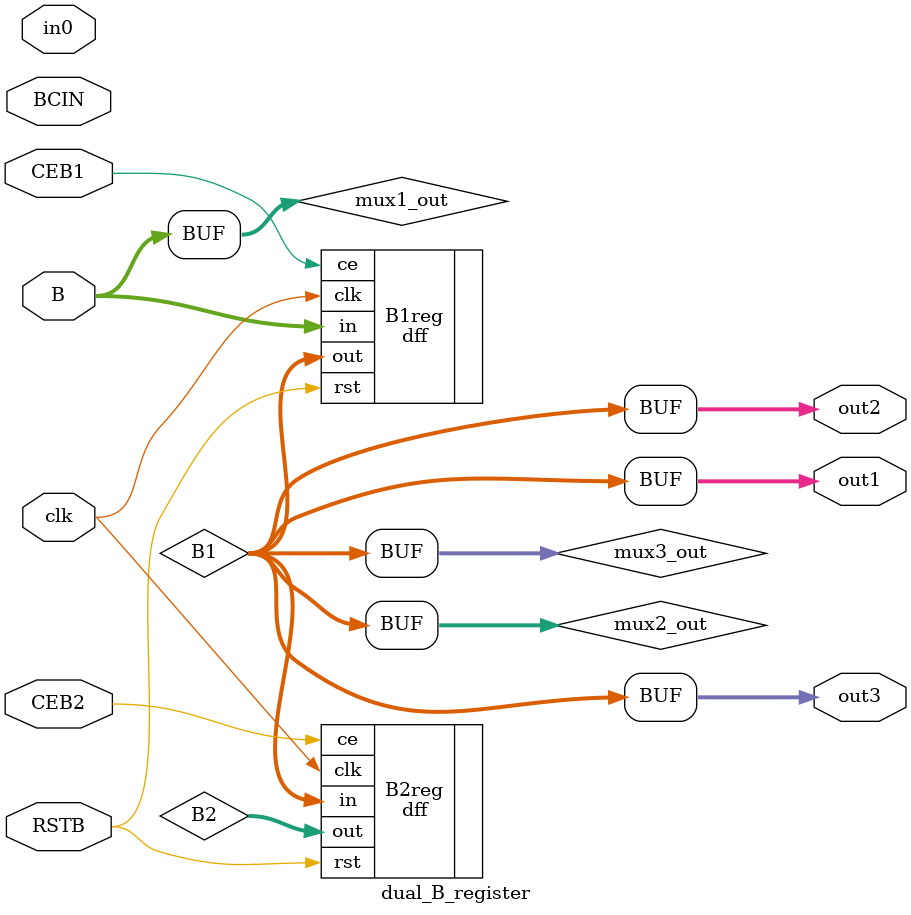
<source format=v>
module dual_B_register (B , BCIN , in0 ,  clk , CEB1 , CEB2 , RSTB ,  out1 , out2 , out3 ); 

parameter input_sel_p = "DIRECT" ; //** direct , cascade // B_input_p ; 
parameter sel1_p      = 1        ; //** = |Breg_p  ; red_or ; B1 ; 
parameter sel2_p      = 0        ; //** = Breg[1]  ; B2 ; 
parameter sel3_p      = 1        ; //** Bcascadereg [0]  ;  and it depend on Breg ;  

input        clk  ;
input        RSTB ;
input        CEB1 ;
input        CEB2 ;

input [17:0] B    ; //** B ;  
input [17:0] BCIN ; //** Bcin ; 
input        in0  ; //** inmode[4] ;

output [17:0] out1 ; //** to Bcout  ;
output [17:0] out2 ; //** to X_mux  ; 
output [17:0] out3 ; //** to B_mult ; 

wire   [17:0] mux1_out ;
wire   [17:0] B1       ;
wire   [17:0] mux2_out ; 
wire   [17:0] B2       ;
wire   [17:0] mux3_out ; 


assign mux1_out = (input_sel_p == "DIRECT")? B : BCIN ; // > B ; 

dff #(.signal_width(18)) B1reg (.clk(clk),.rst(RSTB),.in(mux1_out),.ce(CEB1),.out(B1)) ; 
assign mux2_out =(sel1_p)? B1 : mux1_out ;  // 1 > B1 ;

dff #(.signal_width(18)) B2reg (.clk(clk),.rst(RSTB),.in(mux2_out),.ce(CEB2),.out(B2)) ; 
assign mux3_out =(sel2_p)? B2 : mux2_out ;  // 1 > B2 ;

// Bcout_mux 
assign out1 =(sel3_p)? B1 : mux3_out   ; // 0 > mux3_out ; 

// B to X_mux
assign out2 = mux3_out ;  

// B to MULT 
assign out3 =(in0)? B1 : mux3_out ;  // 1 > B1 ;
endmodule 

</source>
